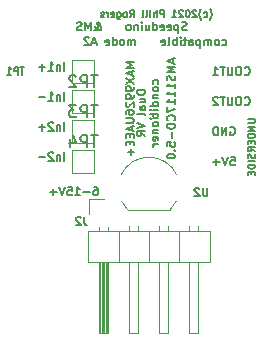
<source format=gbo>
G04 #@! TF.GenerationSoftware,KiCad,Pcbnew,(6.0.0-0)*
G04 #@! TF.CreationDate,2022-08-07T14:26:41+01:00*
G04 #@! TF.ProjectId,VR-Conditioner-MAX9926+reg,56522d43-6f6e-4646-9974-696f6e65722d,3.72*
G04 #@! TF.SameCoordinates,PX68c4118PY713e7a8*
G04 #@! TF.FileFunction,Legend,Bot*
G04 #@! TF.FilePolarity,Positive*
%FSLAX46Y46*%
G04 Gerber Fmt 4.6, Leading zero omitted, Abs format (unit mm)*
G04 Created by KiCad (PCBNEW (6.0.0-0)) date 2022-08-07 14:26:41*
%MOMM*%
%LPD*%
G01*
G04 APERTURE LIST*
%ADD10C,0.150000*%
%ADD11C,0.120000*%
G04 APERTURE END LIST*
D10*
X20801666Y16260000D02*
X20835000Y16226667D01*
X20935000Y16193334D01*
X21001666Y16193334D01*
X21101666Y16226667D01*
X21168333Y16293334D01*
X21201666Y16360000D01*
X21235000Y16493334D01*
X21235000Y16593334D01*
X21201666Y16726667D01*
X21168333Y16793334D01*
X21101666Y16860000D01*
X21001666Y16893334D01*
X20935000Y16893334D01*
X20835000Y16860000D01*
X20801666Y16826667D01*
X20368333Y16893334D02*
X20235000Y16893334D01*
X20168333Y16860000D01*
X20101666Y16793334D01*
X20068333Y16660000D01*
X20068333Y16426667D01*
X20101666Y16293334D01*
X20168333Y16226667D01*
X20235000Y16193334D01*
X20368333Y16193334D01*
X20435000Y16226667D01*
X20501666Y16293334D01*
X20535000Y16426667D01*
X20535000Y16660000D01*
X20501666Y16793334D01*
X20435000Y16860000D01*
X20368333Y16893334D01*
X19768333Y16893334D02*
X19768333Y16326667D01*
X19735000Y16260000D01*
X19701666Y16226667D01*
X19635000Y16193334D01*
X19501666Y16193334D01*
X19435000Y16226667D01*
X19401666Y16260000D01*
X19368333Y16326667D01*
X19368333Y16893334D01*
X19135000Y16893334D02*
X18735000Y16893334D01*
X18935000Y16193334D02*
X18935000Y16893334D01*
X18135000Y16193334D02*
X18535000Y16193334D01*
X18335000Y16193334D02*
X18335000Y16893334D01*
X18401666Y16793334D01*
X18468333Y16726667D01*
X18535000Y16693334D01*
X20801666Y13720000D02*
X20835000Y13686667D01*
X20935000Y13653334D01*
X21001666Y13653334D01*
X21101666Y13686667D01*
X21168333Y13753334D01*
X21201666Y13820000D01*
X21235000Y13953334D01*
X21235000Y14053334D01*
X21201666Y14186667D01*
X21168333Y14253334D01*
X21101666Y14320000D01*
X21001666Y14353334D01*
X20935000Y14353334D01*
X20835000Y14320000D01*
X20801666Y14286667D01*
X20368333Y14353334D02*
X20235000Y14353334D01*
X20168333Y14320000D01*
X20101666Y14253334D01*
X20068333Y14120000D01*
X20068333Y13886667D01*
X20101666Y13753334D01*
X20168333Y13686667D01*
X20235000Y13653334D01*
X20368333Y13653334D01*
X20435000Y13686667D01*
X20501666Y13753334D01*
X20535000Y13886667D01*
X20535000Y14120000D01*
X20501666Y14253334D01*
X20435000Y14320000D01*
X20368333Y14353334D01*
X19768333Y14353334D02*
X19768333Y13786667D01*
X19735000Y13720000D01*
X19701666Y13686667D01*
X19635000Y13653334D01*
X19501666Y13653334D01*
X19435000Y13686667D01*
X19401666Y13720000D01*
X19368333Y13786667D01*
X19368333Y14353334D01*
X19135000Y14353334D02*
X18735000Y14353334D01*
X18935000Y13653334D02*
X18935000Y14353334D01*
X18535000Y14286667D02*
X18501666Y14320000D01*
X18435000Y14353334D01*
X18268333Y14353334D01*
X18201666Y14320000D01*
X18168333Y14286667D01*
X18135000Y14220000D01*
X18135000Y14153334D01*
X18168333Y14053334D01*
X18568333Y13653334D01*
X18135000Y13653334D01*
X19583333Y11780000D02*
X19650000Y11813334D01*
X19750000Y11813334D01*
X19850000Y11780000D01*
X19916666Y11713334D01*
X19950000Y11646667D01*
X19983333Y11513334D01*
X19983333Y11413334D01*
X19950000Y11280000D01*
X19916666Y11213334D01*
X19850000Y11146667D01*
X19750000Y11113334D01*
X19683333Y11113334D01*
X19583333Y11146667D01*
X19550000Y11180000D01*
X19550000Y11413334D01*
X19683333Y11413334D01*
X19250000Y11113334D02*
X19250000Y11813334D01*
X18850000Y11113334D01*
X18850000Y11813334D01*
X18516666Y11113334D02*
X18516666Y11813334D01*
X18350000Y11813334D01*
X18250000Y11780000D01*
X18183333Y11713334D01*
X18150000Y11646667D01*
X18116666Y11513334D01*
X18116666Y11413334D01*
X18150000Y11280000D01*
X18183333Y11213334D01*
X18250000Y11146667D01*
X18350000Y11113334D01*
X18516666Y11113334D01*
X19616666Y9273334D02*
X19950000Y9273334D01*
X19983333Y8940000D01*
X19950000Y8973334D01*
X19883333Y9006667D01*
X19716666Y9006667D01*
X19650000Y8973334D01*
X19616666Y8940000D01*
X19583333Y8873334D01*
X19583333Y8706667D01*
X19616666Y8640000D01*
X19650000Y8606667D01*
X19716666Y8573334D01*
X19883333Y8573334D01*
X19950000Y8606667D01*
X19983333Y8640000D01*
X19383333Y9273334D02*
X19150000Y8573334D01*
X18916666Y9273334D01*
X18683333Y8840000D02*
X18150000Y8840000D01*
X18416666Y8573334D02*
X18416666Y9106667D01*
X5528333Y16574334D02*
X5528333Y17274334D01*
X5195000Y17041000D02*
X5195000Y16574334D01*
X5195000Y16974334D02*
X5161666Y17007667D01*
X5095000Y17041000D01*
X4995000Y17041000D01*
X4928333Y17007667D01*
X4895000Y16941000D01*
X4895000Y16574334D01*
X4195000Y16574334D02*
X4595000Y16574334D01*
X4395000Y16574334D02*
X4395000Y17274334D01*
X4461666Y17174334D01*
X4528333Y17107667D01*
X4595000Y17074334D01*
X3895000Y16841000D02*
X3361666Y16841000D01*
X3628333Y16574334D02*
X3628333Y17107667D01*
X5528333Y14034334D02*
X5528333Y14734334D01*
X5195000Y14501000D02*
X5195000Y14034334D01*
X5195000Y14434334D02*
X5161666Y14467667D01*
X5095000Y14501000D01*
X4995000Y14501000D01*
X4928333Y14467667D01*
X4895000Y14401000D01*
X4895000Y14034334D01*
X4195000Y14034334D02*
X4595000Y14034334D01*
X4395000Y14034334D02*
X4395000Y14734334D01*
X4461666Y14634334D01*
X4528333Y14567667D01*
X4595000Y14534334D01*
X3895000Y14301000D02*
X3361666Y14301000D01*
X5528333Y11494334D02*
X5528333Y12194334D01*
X5195000Y11961000D02*
X5195000Y11494334D01*
X5195000Y11894334D02*
X5161666Y11927667D01*
X5095000Y11961000D01*
X4995000Y11961000D01*
X4928333Y11927667D01*
X4895000Y11861000D01*
X4895000Y11494334D01*
X4595000Y12127667D02*
X4561666Y12161000D01*
X4495000Y12194334D01*
X4328333Y12194334D01*
X4261666Y12161000D01*
X4228333Y12127667D01*
X4195000Y12061000D01*
X4195000Y11994334D01*
X4228333Y11894334D01*
X4628333Y11494334D01*
X4195000Y11494334D01*
X3895000Y11761000D02*
X3361666Y11761000D01*
X3628333Y11494334D02*
X3628333Y12027667D01*
X5528333Y8954334D02*
X5528333Y9654334D01*
X5195000Y9421000D02*
X5195000Y8954334D01*
X5195000Y9354334D02*
X5161666Y9387667D01*
X5095000Y9421000D01*
X4995000Y9421000D01*
X4928333Y9387667D01*
X4895000Y9321000D01*
X4895000Y8954334D01*
X4595000Y9587667D02*
X4561666Y9621000D01*
X4495000Y9654334D01*
X4328333Y9654334D01*
X4261666Y9621000D01*
X4228333Y9587667D01*
X4195000Y9521000D01*
X4195000Y9454334D01*
X4228333Y9354334D01*
X4628333Y8954334D01*
X4195000Y8954334D01*
X3895000Y9221000D02*
X3361666Y9221000D01*
X8050000Y6733334D02*
X8183333Y6733334D01*
X8250000Y6700000D01*
X8283333Y6666667D01*
X8350000Y6566667D01*
X8383333Y6433334D01*
X8383333Y6166667D01*
X8350000Y6100000D01*
X8316666Y6066667D01*
X8250000Y6033334D01*
X8116666Y6033334D01*
X8050000Y6066667D01*
X8016666Y6100000D01*
X7983333Y6166667D01*
X7983333Y6333334D01*
X8016666Y6400000D01*
X8050000Y6433334D01*
X8116666Y6466667D01*
X8250000Y6466667D01*
X8316666Y6433334D01*
X8350000Y6400000D01*
X8383333Y6333334D01*
X7683333Y6300000D02*
X7150000Y6300000D01*
X6450000Y6033334D02*
X6850000Y6033334D01*
X6650000Y6033334D02*
X6650000Y6733334D01*
X6716666Y6633334D01*
X6783333Y6566667D01*
X6850000Y6533334D01*
X5816666Y6733334D02*
X6150000Y6733334D01*
X6183333Y6400000D01*
X6150000Y6433334D01*
X6083333Y6466667D01*
X5916666Y6466667D01*
X5850000Y6433334D01*
X5816666Y6400000D01*
X5783333Y6333334D01*
X5783333Y6166667D01*
X5816666Y6100000D01*
X5850000Y6066667D01*
X5916666Y6033334D01*
X6083333Y6033334D01*
X6150000Y6066667D01*
X6183333Y6100000D01*
X5583333Y6733334D02*
X5350000Y6033334D01*
X5116666Y6733334D01*
X4883333Y6300000D02*
X4350000Y6300000D01*
X4616666Y6033334D02*
X4616666Y6566667D01*
X12382772Y14906986D02*
X11682772Y14906986D01*
X11682772Y14740319D01*
X11716106Y14640319D01*
X11782772Y14573653D01*
X11849439Y14540319D01*
X11982772Y14506986D01*
X12082772Y14506986D01*
X12216106Y14540319D01*
X12282772Y14573653D01*
X12349439Y14640319D01*
X12382772Y14740319D01*
X12382772Y14906986D01*
X11916106Y13906986D02*
X12382772Y13906986D01*
X11916106Y14206986D02*
X12282772Y14206986D01*
X12349439Y14173653D01*
X12382772Y14106986D01*
X12382772Y14006986D01*
X12349439Y13940319D01*
X12316106Y13906986D01*
X12382772Y13273653D02*
X12016106Y13273653D01*
X11949439Y13306986D01*
X11916106Y13373653D01*
X11916106Y13506986D01*
X11949439Y13573653D01*
X12349439Y13273653D02*
X12382772Y13340319D01*
X12382772Y13506986D01*
X12349439Y13573653D01*
X12282772Y13606986D01*
X12216106Y13606986D01*
X12149439Y13573653D01*
X12116106Y13506986D01*
X12116106Y13340319D01*
X12082772Y13273653D01*
X12382772Y12840319D02*
X12349439Y12906986D01*
X12282772Y12940319D01*
X11682772Y12940319D01*
X11682772Y12140319D02*
X12382772Y11906986D01*
X11682772Y11673653D01*
X12382772Y11040319D02*
X12049439Y11273653D01*
X12382772Y11440319D02*
X11682772Y11440319D01*
X11682772Y11173653D01*
X11716106Y11106986D01*
X11749439Y11073653D01*
X11816106Y11040319D01*
X11916106Y11040319D01*
X11982772Y11073653D01*
X12016106Y11106986D01*
X12049439Y11173653D01*
X12049439Y11440319D01*
X13476439Y15456986D02*
X13509772Y15523653D01*
X13509772Y15656986D01*
X13476439Y15723653D01*
X13443106Y15756986D01*
X13376439Y15790319D01*
X13176439Y15790319D01*
X13109772Y15756986D01*
X13076439Y15723653D01*
X13043106Y15656986D01*
X13043106Y15523653D01*
X13076439Y15456986D01*
X13509772Y15056986D02*
X13476439Y15123653D01*
X13443106Y15156986D01*
X13376439Y15190319D01*
X13176439Y15190319D01*
X13109772Y15156986D01*
X13076439Y15123653D01*
X13043106Y15056986D01*
X13043106Y14956986D01*
X13076439Y14890319D01*
X13109772Y14856986D01*
X13176439Y14823653D01*
X13376439Y14823653D01*
X13443106Y14856986D01*
X13476439Y14890319D01*
X13509772Y14956986D01*
X13509772Y15056986D01*
X13043106Y14523653D02*
X13509772Y14523653D01*
X13109772Y14523653D02*
X13076439Y14490319D01*
X13043106Y14423653D01*
X13043106Y14323653D01*
X13076439Y14256986D01*
X13143106Y14223653D01*
X13509772Y14223653D01*
X13509772Y13590319D02*
X12809772Y13590319D01*
X13476439Y13590319D02*
X13509772Y13656986D01*
X13509772Y13790319D01*
X13476439Y13856986D01*
X13443106Y13890319D01*
X13376439Y13923653D01*
X13176439Y13923653D01*
X13109772Y13890319D01*
X13076439Y13856986D01*
X13043106Y13790319D01*
X13043106Y13656986D01*
X13076439Y13590319D01*
X13509772Y13256986D02*
X13043106Y13256986D01*
X12809772Y13256986D02*
X12843106Y13290319D01*
X12876439Y13256986D01*
X12843106Y13223653D01*
X12809772Y13256986D01*
X12876439Y13256986D01*
X13043106Y13023653D02*
X13043106Y12756986D01*
X12809772Y12923653D02*
X13409772Y12923653D01*
X13476439Y12890319D01*
X13509772Y12823653D01*
X13509772Y12756986D01*
X13509772Y12523653D02*
X13043106Y12523653D01*
X12809772Y12523653D02*
X12843106Y12556986D01*
X12876439Y12523653D01*
X12843106Y12490319D01*
X12809772Y12523653D01*
X12876439Y12523653D01*
X13509772Y12090319D02*
X13476439Y12156986D01*
X13443106Y12190319D01*
X13376439Y12223653D01*
X13176439Y12223653D01*
X13109772Y12190319D01*
X13076439Y12156986D01*
X13043106Y12090319D01*
X13043106Y11990319D01*
X13076439Y11923653D01*
X13109772Y11890319D01*
X13176439Y11856986D01*
X13376439Y11856986D01*
X13443106Y11890319D01*
X13476439Y11923653D01*
X13509772Y11990319D01*
X13509772Y12090319D01*
X13043106Y11556986D02*
X13509772Y11556986D01*
X13109772Y11556986D02*
X13076439Y11523653D01*
X13043106Y11456986D01*
X13043106Y11356986D01*
X13076439Y11290319D01*
X13143106Y11256986D01*
X13509772Y11256986D01*
X13476439Y10656986D02*
X13509772Y10723653D01*
X13509772Y10856986D01*
X13476439Y10923653D01*
X13409772Y10956986D01*
X13143106Y10956986D01*
X13076439Y10923653D01*
X13043106Y10856986D01*
X13043106Y10723653D01*
X13076439Y10656986D01*
X13143106Y10623653D01*
X13209772Y10623653D01*
X13276439Y10956986D01*
X13509772Y10323653D02*
X13043106Y10323653D01*
X13176439Y10323653D02*
X13109772Y10290319D01*
X13076439Y10256986D01*
X13043106Y10190319D01*
X13043106Y10123653D01*
X14721666Y17535000D02*
X14721666Y17201667D01*
X14921666Y17601667D02*
X14221666Y17368334D01*
X14921666Y17135000D01*
X14921666Y16901667D02*
X14221666Y16901667D01*
X14721666Y16668334D01*
X14221666Y16435000D01*
X14921666Y16435000D01*
X14888333Y16135000D02*
X14921666Y16035000D01*
X14921666Y15868334D01*
X14888333Y15801667D01*
X14855000Y15768334D01*
X14788333Y15735000D01*
X14721666Y15735000D01*
X14655000Y15768334D01*
X14621666Y15801667D01*
X14588333Y15868334D01*
X14555000Y16001667D01*
X14521666Y16068334D01*
X14488333Y16101667D01*
X14421666Y16135000D01*
X14355000Y16135000D01*
X14288333Y16101667D01*
X14255000Y16068334D01*
X14221666Y16001667D01*
X14221666Y15835000D01*
X14255000Y15735000D01*
X14921666Y15068334D02*
X14921666Y15468334D01*
X14921666Y15268334D02*
X14221666Y15268334D01*
X14321666Y15335000D01*
X14388333Y15401667D01*
X14421666Y15468334D01*
X14921666Y14401667D02*
X14921666Y14801667D01*
X14921666Y14601667D02*
X14221666Y14601667D01*
X14321666Y14668334D01*
X14388333Y14735000D01*
X14421666Y14801667D01*
X14921666Y13735000D02*
X14921666Y14135000D01*
X14921666Y13935000D02*
X14221666Y13935000D01*
X14321666Y14001667D01*
X14388333Y14068334D01*
X14421666Y14135000D01*
X14221666Y13501667D02*
X14221666Y13035000D01*
X14921666Y13335000D01*
X14855000Y12368334D02*
X14888333Y12401667D01*
X14921666Y12501667D01*
X14921666Y12568334D01*
X14888333Y12668334D01*
X14821666Y12735000D01*
X14755000Y12768334D01*
X14621666Y12801667D01*
X14521666Y12801667D01*
X14388333Y12768334D01*
X14321666Y12735000D01*
X14255000Y12668334D01*
X14221666Y12568334D01*
X14221666Y12501667D01*
X14255000Y12401667D01*
X14288333Y12368334D01*
X14921666Y12068334D02*
X14221666Y12068334D01*
X14221666Y11901667D01*
X14255000Y11801667D01*
X14321666Y11735000D01*
X14388333Y11701667D01*
X14521666Y11668334D01*
X14621666Y11668334D01*
X14755000Y11701667D01*
X14821666Y11735000D01*
X14888333Y11801667D01*
X14921666Y11901667D01*
X14921666Y12068334D01*
X14655000Y11368334D02*
X14655000Y10835000D01*
X14221666Y10168334D02*
X14221666Y10501667D01*
X14555000Y10535000D01*
X14521666Y10501667D01*
X14488333Y10435000D01*
X14488333Y10268334D01*
X14521666Y10201667D01*
X14555000Y10168334D01*
X14621666Y10135000D01*
X14788333Y10135000D01*
X14855000Y10168334D01*
X14888333Y10201667D01*
X14921666Y10268334D01*
X14921666Y10435000D01*
X14888333Y10501667D01*
X14855000Y10535000D01*
X14855000Y9835000D02*
X14888333Y9801667D01*
X14921666Y9835000D01*
X14888333Y9868334D01*
X14855000Y9835000D01*
X14921666Y9835000D01*
X14221666Y9368334D02*
X14221666Y9301667D01*
X14255000Y9235000D01*
X14288333Y9201667D01*
X14355000Y9168334D01*
X14488333Y9135000D01*
X14655000Y9135000D01*
X14788333Y9168334D01*
X14855000Y9201667D01*
X14888333Y9235000D01*
X14921666Y9301667D01*
X14921666Y9368334D01*
X14888333Y9435000D01*
X14855000Y9468334D01*
X14788333Y9501667D01*
X14655000Y9535000D01*
X14488333Y9535000D01*
X14355000Y9501667D01*
X14288333Y9468334D01*
X14255000Y9435000D01*
X14221666Y9368334D01*
X17835000Y20890000D02*
X17863571Y20918572D01*
X17920714Y21004286D01*
X17949285Y21061429D01*
X17977857Y21147143D01*
X18006428Y21290000D01*
X18006428Y21404286D01*
X17977857Y21547143D01*
X17949285Y21632858D01*
X17920714Y21690000D01*
X17863571Y21775715D01*
X17835000Y21804286D01*
X17349285Y21147143D02*
X17406428Y21118572D01*
X17520714Y21118572D01*
X17577857Y21147143D01*
X17606428Y21175715D01*
X17635000Y21232858D01*
X17635000Y21404286D01*
X17606428Y21461429D01*
X17577857Y21490000D01*
X17520714Y21518572D01*
X17406428Y21518572D01*
X17349285Y21490000D01*
X17149285Y20890000D02*
X17120714Y20918572D01*
X17063571Y21004286D01*
X17035000Y21061429D01*
X17006428Y21147143D01*
X16977857Y21290000D01*
X16977857Y21404286D01*
X17006428Y21547143D01*
X17035000Y21632858D01*
X17063571Y21690000D01*
X17120714Y21775715D01*
X17149285Y21804286D01*
X16720714Y21661429D02*
X16692142Y21690000D01*
X16635000Y21718572D01*
X16492142Y21718572D01*
X16435000Y21690000D01*
X16406428Y21661429D01*
X16377857Y21604286D01*
X16377857Y21547143D01*
X16406428Y21461429D01*
X16749285Y21118572D01*
X16377857Y21118572D01*
X16006428Y21718572D02*
X15949285Y21718572D01*
X15892142Y21690000D01*
X15863571Y21661429D01*
X15835000Y21604286D01*
X15806428Y21490000D01*
X15806428Y21347143D01*
X15835000Y21232858D01*
X15863571Y21175715D01*
X15892142Y21147143D01*
X15949285Y21118572D01*
X16006428Y21118572D01*
X16063571Y21147143D01*
X16092142Y21175715D01*
X16120714Y21232858D01*
X16149285Y21347143D01*
X16149285Y21490000D01*
X16120714Y21604286D01*
X16092142Y21661429D01*
X16063571Y21690000D01*
X16006428Y21718572D01*
X15577857Y21661429D02*
X15549285Y21690000D01*
X15492142Y21718572D01*
X15349285Y21718572D01*
X15292142Y21690000D01*
X15263571Y21661429D01*
X15235000Y21604286D01*
X15235000Y21547143D01*
X15263571Y21461429D01*
X15606428Y21118572D01*
X15235000Y21118572D01*
X14663571Y21118572D02*
X15006428Y21118572D01*
X14835000Y21118572D02*
X14835000Y21718572D01*
X14892142Y21632858D01*
X14949285Y21575715D01*
X15006428Y21547143D01*
X13949285Y21118572D02*
X13949285Y21718572D01*
X13720714Y21718572D01*
X13663571Y21690000D01*
X13635000Y21661429D01*
X13606428Y21604286D01*
X13606428Y21518572D01*
X13635000Y21461429D01*
X13663571Y21432858D01*
X13720714Y21404286D01*
X13949285Y21404286D01*
X13349285Y21118572D02*
X13349285Y21718572D01*
X13092142Y21118572D02*
X13092142Y21432858D01*
X13120714Y21490000D01*
X13177857Y21518572D01*
X13263571Y21518572D01*
X13320714Y21490000D01*
X13349285Y21461429D01*
X12806428Y21118572D02*
X12806428Y21518572D01*
X12806428Y21718572D02*
X12835000Y21690000D01*
X12806428Y21661429D01*
X12777857Y21690000D01*
X12806428Y21718572D01*
X12806428Y21661429D01*
X12435000Y21118572D02*
X12492142Y21147143D01*
X12520714Y21204286D01*
X12520714Y21718572D01*
X12120714Y21118572D02*
X12177857Y21147143D01*
X12206428Y21204286D01*
X12206428Y21718572D01*
X11092142Y21118572D02*
X11292142Y21404286D01*
X11435000Y21118572D02*
X11435000Y21718572D01*
X11206428Y21718572D01*
X11149285Y21690000D01*
X11120714Y21661429D01*
X11092142Y21604286D01*
X11092142Y21518572D01*
X11120714Y21461429D01*
X11149285Y21432858D01*
X11206428Y21404286D01*
X11435000Y21404286D01*
X10749285Y21118572D02*
X10806428Y21147143D01*
X10835000Y21175715D01*
X10863571Y21232858D01*
X10863571Y21404286D01*
X10835000Y21461429D01*
X10806428Y21490000D01*
X10749285Y21518572D01*
X10663571Y21518572D01*
X10606428Y21490000D01*
X10577857Y21461429D01*
X10549285Y21404286D01*
X10549285Y21232858D01*
X10577857Y21175715D01*
X10606428Y21147143D01*
X10663571Y21118572D01*
X10749285Y21118572D01*
X10035000Y21518572D02*
X10035000Y21032858D01*
X10063571Y20975715D01*
X10092142Y20947143D01*
X10149285Y20918572D01*
X10235000Y20918572D01*
X10292142Y20947143D01*
X10035000Y21147143D02*
X10092142Y21118572D01*
X10206428Y21118572D01*
X10263571Y21147143D01*
X10292142Y21175715D01*
X10320714Y21232858D01*
X10320714Y21404286D01*
X10292142Y21461429D01*
X10263571Y21490000D01*
X10206428Y21518572D01*
X10092142Y21518572D01*
X10035000Y21490000D01*
X9520714Y21147143D02*
X9577857Y21118572D01*
X9692142Y21118572D01*
X9749285Y21147143D01*
X9777857Y21204286D01*
X9777857Y21432858D01*
X9749285Y21490000D01*
X9692142Y21518572D01*
X9577857Y21518572D01*
X9520714Y21490000D01*
X9492142Y21432858D01*
X9492142Y21375715D01*
X9777857Y21318572D01*
X9235000Y21118572D02*
X9235000Y21518572D01*
X9235000Y21404286D02*
X9206428Y21461429D01*
X9177857Y21490000D01*
X9120714Y21518572D01*
X9063571Y21518572D01*
X8892142Y21147143D02*
X8835000Y21118572D01*
X8720714Y21118572D01*
X8663571Y21147143D01*
X8635000Y21204286D01*
X8635000Y21232858D01*
X8663571Y21290000D01*
X8720714Y21318572D01*
X8806428Y21318572D01*
X8863571Y21347143D01*
X8892142Y21404286D01*
X8892142Y21432858D01*
X8863571Y21490000D01*
X8806428Y21518572D01*
X8720714Y21518572D01*
X8663571Y21490000D01*
X21069776Y12466557D02*
X21555490Y12466557D01*
X21612633Y12437986D01*
X21641205Y12409414D01*
X21669776Y12352272D01*
X21669776Y12237986D01*
X21641205Y12180843D01*
X21612633Y12152272D01*
X21555490Y12123700D01*
X21069776Y12123700D01*
X21669776Y11837986D02*
X21069776Y11837986D01*
X21669776Y11495129D01*
X21069776Y11495129D01*
X21669776Y11209414D02*
X21069776Y11209414D01*
X21069776Y11066557D01*
X21098348Y10980843D01*
X21155490Y10923700D01*
X21212633Y10895129D01*
X21326919Y10866557D01*
X21412633Y10866557D01*
X21526919Y10895129D01*
X21584062Y10923700D01*
X21641205Y10980843D01*
X21669776Y11066557D01*
X21669776Y11209414D01*
X21355490Y10609414D02*
X21355490Y10409414D01*
X21669776Y10323700D02*
X21669776Y10609414D01*
X21069776Y10609414D01*
X21069776Y10323700D01*
X21669776Y9723700D02*
X21384062Y9923700D01*
X21669776Y10066557D02*
X21069776Y10066557D01*
X21069776Y9837986D01*
X21098348Y9780843D01*
X21126919Y9752272D01*
X21184062Y9723700D01*
X21269776Y9723700D01*
X21326919Y9752272D01*
X21355490Y9780843D01*
X21384062Y9837986D01*
X21384062Y10066557D01*
X21641205Y9495129D02*
X21669776Y9409414D01*
X21669776Y9266557D01*
X21641205Y9209414D01*
X21612633Y9180843D01*
X21555490Y9152272D01*
X21498348Y9152272D01*
X21441205Y9180843D01*
X21412633Y9209414D01*
X21384062Y9266557D01*
X21355490Y9380843D01*
X21326919Y9437986D01*
X21298348Y9466557D01*
X21241205Y9495129D01*
X21184062Y9495129D01*
X21126919Y9466557D01*
X21098348Y9437986D01*
X21069776Y9380843D01*
X21069776Y9237986D01*
X21098348Y9152272D01*
X21669776Y8895129D02*
X21069776Y8895129D01*
X21669776Y8609414D02*
X21069776Y8609414D01*
X21069776Y8466557D01*
X21098348Y8380843D01*
X21155490Y8323700D01*
X21212633Y8295129D01*
X21326919Y8266557D01*
X21412633Y8266557D01*
X21526919Y8295129D01*
X21584062Y8323700D01*
X21641205Y8380843D01*
X21669776Y8466557D01*
X21669776Y8609414D01*
X21355490Y8009414D02*
X21355490Y7809414D01*
X21669776Y7723700D02*
X21669776Y8009414D01*
X21069776Y8009414D01*
X21069776Y7723700D01*
X18926666Y18766667D02*
X18993333Y18733334D01*
X19126666Y18733334D01*
X19193333Y18766667D01*
X19226666Y18800000D01*
X19260000Y18866667D01*
X19260000Y19066667D01*
X19226666Y19133334D01*
X19193333Y19166667D01*
X19126666Y19200000D01*
X18993333Y19200000D01*
X18926666Y19166667D01*
X18526666Y18733334D02*
X18593333Y18766667D01*
X18626666Y18800000D01*
X18660000Y18866667D01*
X18660000Y19066667D01*
X18626666Y19133334D01*
X18593333Y19166667D01*
X18526666Y19200000D01*
X18426666Y19200000D01*
X18360000Y19166667D01*
X18326666Y19133334D01*
X18293333Y19066667D01*
X18293333Y18866667D01*
X18326666Y18800000D01*
X18360000Y18766667D01*
X18426666Y18733334D01*
X18526666Y18733334D01*
X17993333Y18733334D02*
X17993333Y19200000D01*
X17993333Y19133334D02*
X17960000Y19166667D01*
X17893333Y19200000D01*
X17793333Y19200000D01*
X17726666Y19166667D01*
X17693333Y19100000D01*
X17693333Y18733334D01*
X17693333Y19100000D02*
X17660000Y19166667D01*
X17593333Y19200000D01*
X17493333Y19200000D01*
X17426666Y19166667D01*
X17393333Y19100000D01*
X17393333Y18733334D01*
X17060000Y19200000D02*
X17060000Y18500000D01*
X17060000Y19166667D02*
X16993333Y19200000D01*
X16860000Y19200000D01*
X16793333Y19166667D01*
X16760000Y19133334D01*
X16726666Y19066667D01*
X16726666Y18866667D01*
X16760000Y18800000D01*
X16793333Y18766667D01*
X16860000Y18733334D01*
X16993333Y18733334D01*
X17060000Y18766667D01*
X16126666Y18733334D02*
X16126666Y19100000D01*
X16160000Y19166667D01*
X16226666Y19200000D01*
X16360000Y19200000D01*
X16426666Y19166667D01*
X16126666Y18766667D02*
X16193333Y18733334D01*
X16360000Y18733334D01*
X16426666Y18766667D01*
X16460000Y18833334D01*
X16460000Y18900000D01*
X16426666Y18966667D01*
X16360000Y19000000D01*
X16193333Y19000000D01*
X16126666Y19033334D01*
X15893333Y19200000D02*
X15626666Y19200000D01*
X15793333Y19433334D02*
X15793333Y18833334D01*
X15760000Y18766667D01*
X15693333Y18733334D01*
X15626666Y18733334D01*
X15393333Y18733334D02*
X15393333Y19200000D01*
X15393333Y19433334D02*
X15426666Y19400000D01*
X15393333Y19366667D01*
X15360000Y19400000D01*
X15393333Y19433334D01*
X15393333Y19366667D01*
X15060000Y18733334D02*
X15060000Y19433334D01*
X15060000Y19166667D02*
X14993333Y19200000D01*
X14860000Y19200000D01*
X14793333Y19166667D01*
X14760000Y19133334D01*
X14726666Y19066667D01*
X14726666Y18866667D01*
X14760000Y18800000D01*
X14793333Y18766667D01*
X14860000Y18733334D01*
X14993333Y18733334D01*
X15060000Y18766667D01*
X14326666Y18733334D02*
X14393333Y18766667D01*
X14426666Y18833334D01*
X14426666Y19433334D01*
X13793333Y18766667D02*
X13860000Y18733334D01*
X13993333Y18733334D01*
X14060000Y18766667D01*
X14093333Y18833334D01*
X14093333Y19100000D01*
X14060000Y19166667D01*
X13993333Y19200000D01*
X13860000Y19200000D01*
X13793333Y19166667D01*
X13760000Y19100000D01*
X13760000Y19033334D01*
X14093333Y18966667D01*
X11516230Y18733334D02*
X11516230Y19200000D01*
X11516230Y19133334D02*
X11482897Y19166667D01*
X11416230Y19200000D01*
X11316230Y19200000D01*
X11249563Y19166667D01*
X11216230Y19100000D01*
X11216230Y18733334D01*
X11216230Y19100000D02*
X11182897Y19166667D01*
X11116230Y19200000D01*
X11016230Y19200000D01*
X10949563Y19166667D01*
X10916230Y19100000D01*
X10916230Y18733334D01*
X10482897Y18733334D02*
X10549563Y18766667D01*
X10582897Y18800000D01*
X10616230Y18866667D01*
X10616230Y19066667D01*
X10582897Y19133334D01*
X10549563Y19166667D01*
X10482897Y19200000D01*
X10382897Y19200000D01*
X10316230Y19166667D01*
X10282897Y19133334D01*
X10249563Y19066667D01*
X10249563Y18866667D01*
X10282897Y18800000D01*
X10316230Y18766667D01*
X10382897Y18733334D01*
X10482897Y18733334D01*
X9649563Y18733334D02*
X9649563Y19433334D01*
X9649563Y18766667D02*
X9716230Y18733334D01*
X9849563Y18733334D01*
X9916230Y18766667D01*
X9949563Y18800000D01*
X9982897Y18866667D01*
X9982897Y19066667D01*
X9949563Y19133334D01*
X9916230Y19166667D01*
X9849563Y19200000D01*
X9716230Y19200000D01*
X9649563Y19166667D01*
X9049563Y18766667D02*
X9116230Y18733334D01*
X9249563Y18733334D01*
X9316230Y18766667D01*
X9349563Y18833334D01*
X9349563Y19100000D01*
X9316230Y19166667D01*
X9249563Y19200000D01*
X9116230Y19200000D01*
X9049563Y19166667D01*
X9016230Y19100000D01*
X9016230Y19033334D01*
X9349563Y18966667D01*
X8216230Y18933334D02*
X7882897Y18933334D01*
X8282897Y18733334D02*
X8049563Y19433334D01*
X7816230Y18733334D01*
X7616230Y19366667D02*
X7582897Y19400000D01*
X7516230Y19433334D01*
X7349563Y19433334D01*
X7282897Y19400000D01*
X7249563Y19366667D01*
X7216230Y19300000D01*
X7216230Y19233334D01*
X7249563Y19133334D01*
X7649563Y18733334D01*
X7216230Y18733334D01*
X15885000Y20036667D02*
X15785000Y20003334D01*
X15618333Y20003334D01*
X15551666Y20036667D01*
X15518333Y20070000D01*
X15485000Y20136667D01*
X15485000Y20203334D01*
X15518333Y20270000D01*
X15551666Y20303334D01*
X15618333Y20336667D01*
X15751666Y20370000D01*
X15818333Y20403334D01*
X15851666Y20436667D01*
X15885000Y20503334D01*
X15885000Y20570000D01*
X15851666Y20636667D01*
X15818333Y20670000D01*
X15751666Y20703334D01*
X15585000Y20703334D01*
X15485000Y20670000D01*
X15185000Y20470000D02*
X15185000Y19770000D01*
X15185000Y20436667D02*
X15118333Y20470000D01*
X14985000Y20470000D01*
X14918333Y20436667D01*
X14885000Y20403334D01*
X14851666Y20336667D01*
X14851666Y20136667D01*
X14885000Y20070000D01*
X14918333Y20036667D01*
X14985000Y20003334D01*
X15118333Y20003334D01*
X15185000Y20036667D01*
X14285000Y20036667D02*
X14351666Y20003334D01*
X14485000Y20003334D01*
X14551666Y20036667D01*
X14585000Y20103334D01*
X14585000Y20370000D01*
X14551666Y20436667D01*
X14485000Y20470000D01*
X14351666Y20470000D01*
X14285000Y20436667D01*
X14251666Y20370000D01*
X14251666Y20303334D01*
X14585000Y20236667D01*
X13685000Y20036667D02*
X13751666Y20003334D01*
X13885000Y20003334D01*
X13951666Y20036667D01*
X13985000Y20103334D01*
X13985000Y20370000D01*
X13951666Y20436667D01*
X13885000Y20470000D01*
X13751666Y20470000D01*
X13685000Y20436667D01*
X13651666Y20370000D01*
X13651666Y20303334D01*
X13985000Y20236667D01*
X13051666Y20003334D02*
X13051666Y20703334D01*
X13051666Y20036667D02*
X13118333Y20003334D01*
X13251666Y20003334D01*
X13318333Y20036667D01*
X13351666Y20070000D01*
X13385000Y20136667D01*
X13385000Y20336667D01*
X13351666Y20403334D01*
X13318333Y20436667D01*
X13251666Y20470000D01*
X13118333Y20470000D01*
X13051666Y20436667D01*
X12418333Y20470000D02*
X12418333Y20003334D01*
X12718333Y20470000D02*
X12718333Y20103334D01*
X12685000Y20036667D01*
X12618333Y20003334D01*
X12518333Y20003334D01*
X12451666Y20036667D01*
X12418333Y20070000D01*
X12085000Y20003334D02*
X12085000Y20470000D01*
X12085000Y20703334D02*
X12118333Y20670000D01*
X12085000Y20636667D01*
X12051666Y20670000D01*
X12085000Y20703334D01*
X12085000Y20636667D01*
X11751666Y20470000D02*
X11751666Y20003334D01*
X11751666Y20403334D02*
X11718333Y20436667D01*
X11651666Y20470000D01*
X11551666Y20470000D01*
X11485000Y20436667D01*
X11451666Y20370000D01*
X11451666Y20003334D01*
X11018333Y20003334D02*
X11085000Y20036667D01*
X11118333Y20070000D01*
X11151666Y20136667D01*
X11151666Y20336667D01*
X11118333Y20403334D01*
X11085000Y20436667D01*
X11018333Y20470000D01*
X10918333Y20470000D01*
X10851666Y20436667D01*
X10818333Y20403334D01*
X10785000Y20336667D01*
X10785000Y20136667D01*
X10818333Y20070000D01*
X10851666Y20036667D01*
X10918333Y20003334D01*
X11018333Y20003334D01*
X8078733Y19977934D02*
X8112066Y19977934D01*
X8178733Y20011267D01*
X8278733Y20111267D01*
X8445400Y20311267D01*
X8512066Y20411267D01*
X8545400Y20511267D01*
X8545400Y20577934D01*
X8512066Y20644600D01*
X8445400Y20677934D01*
X8412066Y20677934D01*
X8345400Y20644600D01*
X8312066Y20577934D01*
X8312066Y20544600D01*
X8345400Y20477934D01*
X8378733Y20444600D01*
X8578733Y20311267D01*
X8612066Y20277934D01*
X8645400Y20211267D01*
X8645400Y20111267D01*
X8612066Y20044600D01*
X8578733Y20011267D01*
X8512066Y19977934D01*
X8412066Y19977934D01*
X8345400Y20011267D01*
X8312066Y20044600D01*
X8212066Y20177934D01*
X8178733Y20277934D01*
X8178733Y20344600D01*
X7778733Y19977934D02*
X7778733Y20677934D01*
X7545400Y20177934D01*
X7312066Y20677934D01*
X7312066Y19977934D01*
X7012066Y20011267D02*
X6912066Y19977934D01*
X6745400Y19977934D01*
X6678733Y20011267D01*
X6645400Y20044600D01*
X6612066Y20111267D01*
X6612066Y20177934D01*
X6645400Y20244600D01*
X6678733Y20277934D01*
X6745400Y20311267D01*
X6878733Y20344600D01*
X6945400Y20377934D01*
X6978733Y20411267D01*
X7012066Y20477934D01*
X7012066Y20544600D01*
X6978733Y20611267D01*
X6945400Y20644600D01*
X6878733Y20677934D01*
X6712066Y20677934D01*
X6612066Y20644600D01*
G04 #@! TO.C,U1*
X11429166Y17268334D02*
X10729166Y17268334D01*
X11229166Y17035000D01*
X10729166Y16801667D01*
X11429166Y16801667D01*
X11229166Y16501667D02*
X11229166Y16168334D01*
X11429166Y16568334D02*
X10729166Y16335000D01*
X11429166Y16101667D01*
X10729166Y15935000D02*
X11429166Y15468334D01*
X10729166Y15468334D02*
X11429166Y15935000D01*
X11429166Y15168334D02*
X11429166Y15035000D01*
X11395833Y14968334D01*
X11362500Y14935000D01*
X11262500Y14868334D01*
X11129166Y14835000D01*
X10862500Y14835000D01*
X10795833Y14868334D01*
X10762500Y14901667D01*
X10729166Y14968334D01*
X10729166Y15101667D01*
X10762500Y15168334D01*
X10795833Y15201667D01*
X10862500Y15235000D01*
X11029166Y15235000D01*
X11095833Y15201667D01*
X11129166Y15168334D01*
X11162500Y15101667D01*
X11162500Y14968334D01*
X11129166Y14901667D01*
X11095833Y14868334D01*
X11029166Y14835000D01*
X11429166Y14501667D02*
X11429166Y14368334D01*
X11395833Y14301667D01*
X11362500Y14268334D01*
X11262500Y14201667D01*
X11129166Y14168334D01*
X10862500Y14168334D01*
X10795833Y14201667D01*
X10762500Y14235000D01*
X10729166Y14301667D01*
X10729166Y14435000D01*
X10762500Y14501667D01*
X10795833Y14535000D01*
X10862500Y14568334D01*
X11029166Y14568334D01*
X11095833Y14535000D01*
X11129166Y14501667D01*
X11162500Y14435000D01*
X11162500Y14301667D01*
X11129166Y14235000D01*
X11095833Y14201667D01*
X11029166Y14168334D01*
X10795833Y13901667D02*
X10762500Y13868334D01*
X10729166Y13801667D01*
X10729166Y13635000D01*
X10762500Y13568334D01*
X10795833Y13535000D01*
X10862500Y13501667D01*
X10929166Y13501667D01*
X11029166Y13535000D01*
X11429166Y13935000D01*
X11429166Y13501667D01*
X10729166Y12901667D02*
X10729166Y13035000D01*
X10762500Y13101667D01*
X10795833Y13135000D01*
X10895833Y13201667D01*
X11029166Y13235000D01*
X11295833Y13235000D01*
X11362500Y13201667D01*
X11395833Y13168334D01*
X11429166Y13101667D01*
X11429166Y12968334D01*
X11395833Y12901667D01*
X11362500Y12868334D01*
X11295833Y12835000D01*
X11129166Y12835000D01*
X11062500Y12868334D01*
X11029166Y12901667D01*
X10995833Y12968334D01*
X10995833Y13101667D01*
X11029166Y13168334D01*
X11062500Y13201667D01*
X11129166Y13235000D01*
X10729166Y12535000D02*
X11295833Y12535000D01*
X11362500Y12501667D01*
X11395833Y12468334D01*
X11429166Y12401667D01*
X11429166Y12268334D01*
X11395833Y12201667D01*
X11362500Y12168334D01*
X11295833Y12135000D01*
X10729166Y12135000D01*
X11229166Y11835000D02*
X11229166Y11501667D01*
X11429166Y11901667D02*
X10729166Y11668334D01*
X11429166Y11435000D01*
X11062500Y11201667D02*
X11062500Y10968334D01*
X11429166Y10868334D02*
X11429166Y11201667D01*
X10729166Y11201667D01*
X10729166Y10868334D01*
X11062500Y10568334D02*
X11062500Y10335000D01*
X11429166Y10235000D02*
X11429166Y10568334D01*
X10729166Y10568334D01*
X10729166Y10235000D01*
X11162500Y9935000D02*
X11162500Y9401667D01*
X11429166Y9668334D02*
X10895833Y9668334D01*
G04 #@! TO.C,J2*
X7218333Y4193334D02*
X7218333Y3693334D01*
X7251666Y3593334D01*
X7318333Y3526667D01*
X7418333Y3493334D01*
X7485000Y3493334D01*
X6918333Y4126667D02*
X6885000Y4160000D01*
X6818333Y4193334D01*
X6651666Y4193334D01*
X6585000Y4160000D01*
X6551666Y4126667D01*
X6518333Y4060000D01*
X6518333Y3993334D01*
X6551666Y3893334D01*
X6951666Y3493334D01*
X6518333Y3493334D01*
G04 #@! TO.C,U2*
X17660155Y6643529D02*
X17660155Y6076862D01*
X17626822Y6010195D01*
X17593488Y5976862D01*
X17526822Y5943529D01*
X17393488Y5943529D01*
X17326822Y5976862D01*
X17293488Y6010195D01*
X17260155Y6076862D01*
X17260155Y6643529D01*
X16960155Y6576862D02*
X16926822Y6610195D01*
X16860155Y6643529D01*
X16693488Y6643529D01*
X16626822Y6610195D01*
X16593488Y6576862D01*
X16560155Y6510195D01*
X16560155Y6443529D01*
X16593488Y6343529D01*
X16993488Y5943529D01*
X16560155Y5943529D01*
G04 #@! TO.C,TP4*
X8373904Y11085620D02*
X7802476Y11085620D01*
X8088190Y10085620D02*
X8088190Y11085620D01*
X7469142Y10085620D02*
X7469142Y11085620D01*
X7088190Y11085620D01*
X6992952Y11038000D01*
X6945333Y10990381D01*
X6897714Y10895143D01*
X6897714Y10752286D01*
X6945333Y10657048D01*
X6992952Y10609429D01*
X7088190Y10561810D01*
X7469142Y10561810D01*
X6040571Y10752286D02*
X6040571Y10085620D01*
X6278666Y11133239D02*
X6516761Y10418953D01*
X5897714Y10418953D01*
G04 #@! TO.C,TP3*
X8373904Y13625620D02*
X7802476Y13625620D01*
X8088190Y12625620D02*
X8088190Y13625620D01*
X7469142Y12625620D02*
X7469142Y13625620D01*
X7088190Y13625620D01*
X6992952Y13578000D01*
X6945333Y13530381D01*
X6897714Y13435143D01*
X6897714Y13292286D01*
X6945333Y13197048D01*
X6992952Y13149429D01*
X7088190Y13101810D01*
X7469142Y13101810D01*
X6564380Y13625620D02*
X5945333Y13625620D01*
X6278666Y13244667D01*
X6135809Y13244667D01*
X6040571Y13197048D01*
X5992952Y13149429D01*
X5945333Y13054191D01*
X5945333Y12816096D01*
X5992952Y12720858D01*
X6040571Y12673239D01*
X6135809Y12625620D01*
X6421523Y12625620D01*
X6516761Y12673239D01*
X6564380Y12720858D01*
G04 #@! TO.C,TP2*
X8373904Y16165620D02*
X7802476Y16165620D01*
X8088190Y15165620D02*
X8088190Y16165620D01*
X7469142Y15165620D02*
X7469142Y16165620D01*
X7088190Y16165620D01*
X6992952Y16118000D01*
X6945333Y16070381D01*
X6897714Y15975143D01*
X6897714Y15832286D01*
X6945333Y15737048D01*
X6992952Y15689429D01*
X7088190Y15641810D01*
X7469142Y15641810D01*
X6516761Y16070381D02*
X6469142Y16118000D01*
X6373904Y16165620D01*
X6135809Y16165620D01*
X6040571Y16118000D01*
X5992952Y16070381D01*
X5945333Y15975143D01*
X5945333Y15879905D01*
X5992952Y15737048D01*
X6564380Y15165620D01*
X5945333Y15165620D01*
G04 #@! TO.C,TP1*
X2154142Y16838572D02*
X1811285Y16838572D01*
X1982714Y16238572D02*
X1982714Y16838572D01*
X1611285Y16238572D02*
X1611285Y16838572D01*
X1382714Y16838572D01*
X1325571Y16810000D01*
X1297000Y16781429D01*
X1268428Y16724286D01*
X1268428Y16638572D01*
X1297000Y16581429D01*
X1325571Y16552858D01*
X1382714Y16524286D01*
X1611285Y16524286D01*
X697000Y16238572D02*
X1039857Y16238572D01*
X868428Y16238572D02*
X868428Y16838572D01*
X925571Y16752858D01*
X982714Y16695715D01*
X1039857Y16667143D01*
D11*
G04 #@! TO.C,J2*
X9270000Y3335000D02*
X9270000Y3005000D01*
X16130000Y-5655000D02*
X16890000Y-5655000D01*
X8890000Y5715000D02*
X7620000Y5715000D01*
X16130000Y3402071D02*
X16130000Y3005000D01*
X15240000Y3005000D02*
X15240000Y345000D01*
X9270000Y-5655000D02*
X9270000Y345000D01*
X13590000Y-5655000D02*
X14350000Y-5655000D01*
X11810000Y-5655000D02*
X11810000Y345000D01*
X12700000Y3005000D02*
X12700000Y345000D01*
X7620000Y5715000D02*
X7620000Y4445000D01*
X10160000Y3005000D02*
X10160000Y345000D01*
X8510000Y-5655000D02*
X9270000Y-5655000D01*
X17840000Y345000D02*
X7560000Y345000D01*
X13590000Y3402071D02*
X13590000Y3005000D01*
X8810000Y345000D02*
X8810000Y-5655000D01*
X8510000Y3335000D02*
X8510000Y3005000D01*
X9170000Y345000D02*
X9170000Y-5655000D01*
X14350000Y3402071D02*
X14350000Y3005000D01*
X11050000Y3402071D02*
X11050000Y3005000D01*
X16890000Y3402071D02*
X16890000Y3005000D01*
X8510000Y345000D02*
X8510000Y-5655000D01*
X8570000Y345000D02*
X8570000Y-5655000D01*
X11050000Y-5655000D02*
X11810000Y-5655000D01*
X7560000Y3005000D02*
X17840000Y3005000D01*
X16130000Y345000D02*
X16130000Y-5655000D01*
X16890000Y-5655000D02*
X16890000Y345000D01*
X7560000Y345000D02*
X7560000Y3005000D01*
X9050000Y345000D02*
X9050000Y-5655000D01*
X11810000Y3402071D02*
X11810000Y3005000D01*
X8930000Y345000D02*
X8930000Y-5655000D01*
X17840000Y3005000D02*
X17840000Y345000D01*
X14350000Y-5655000D02*
X14350000Y345000D01*
X13590000Y345000D02*
X13590000Y-5655000D01*
X8690000Y345000D02*
X8690000Y-5655000D01*
X11050000Y345000D02*
X11050000Y-5655000D01*
G04 #@! TO.C,U2*
X14500000Y4800000D02*
X10900000Y4800000D01*
X12700000Y9250000D02*
G75*
G03*
X10343600Y7748807I2J-2600002D01*
G01*
X10375816Y5527205D02*
G75*
G03*
X10900000Y4800000I2324175J1122789D01*
G01*
X15056400Y7748807D02*
G75*
G03*
X12700000Y9250000I-2356399J-1098804D01*
G01*
X14500000Y4800000D02*
G75*
G03*
X15024184Y5527205I-1799991J1849994D01*
G01*
G04 #@! TO.C,TP4*
X8062000Y9840000D02*
X6162000Y9840000D01*
X6162000Y7940000D02*
X8062000Y7940000D01*
X8062000Y7940000D02*
X8062000Y9840000D01*
X6162000Y9840000D02*
X6162000Y7940000D01*
G04 #@! TO.C,TP3*
X8062000Y10480000D02*
X8062000Y12380000D01*
X8062000Y12380000D02*
X6162000Y12380000D01*
X6162000Y12380000D02*
X6162000Y10480000D01*
X6162000Y10480000D02*
X8062000Y10480000D01*
G04 #@! TO.C,TP2*
X6162000Y13020000D02*
X8062000Y13020000D01*
X6162000Y14920000D02*
X6162000Y13020000D01*
X8062000Y13020000D02*
X8062000Y14920000D01*
X8062000Y14920000D02*
X6162000Y14920000D01*
G04 #@! TO.C,TP1*
X8062000Y15560000D02*
X8062000Y17460000D01*
X6162000Y15560000D02*
X8062000Y15560000D01*
X6162000Y17460000D02*
X6162000Y15560000D01*
X8062000Y17460000D02*
X6162000Y17460000D01*
G04 #@! TD*
M02*

</source>
